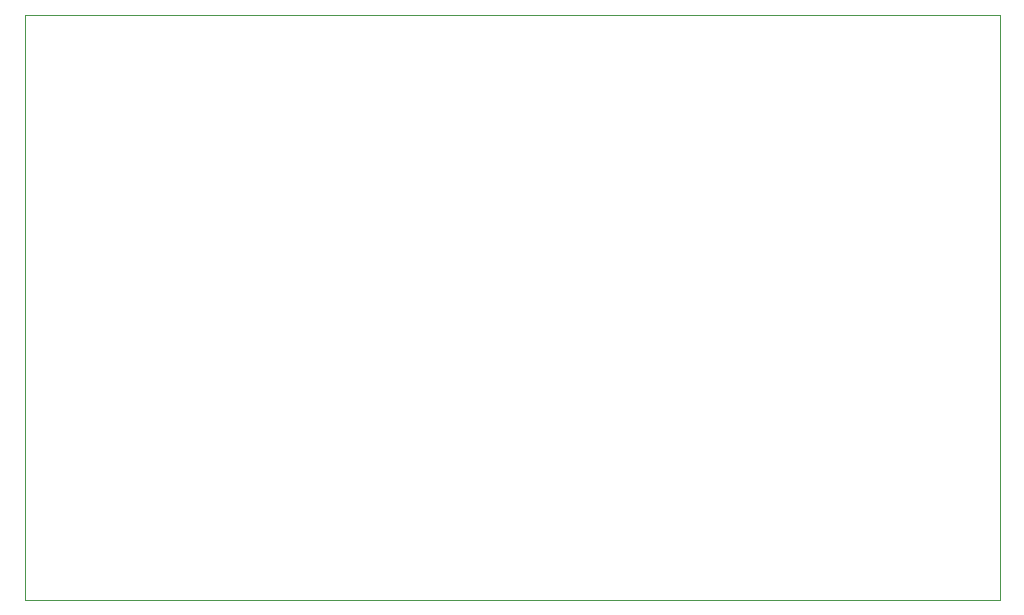
<source format=gbr>
%TF.GenerationSoftware,KiCad,Pcbnew,5.1.6*%
%TF.CreationDate,2021-01-14T16:45:27+01:00*%
%TF.ProjectId,din2usb_adapter,64696e32-7573-4625-9f61-646170746572,rev?*%
%TF.SameCoordinates,Original*%
%TF.FileFunction,Profile,NP*%
%FSLAX46Y46*%
G04 Gerber Fmt 4.6, Leading zero omitted, Abs format (unit mm)*
G04 Created by KiCad (PCBNEW 5.1.6) date 2021-01-14 16:45:27*
%MOMM*%
%LPD*%
G01*
G04 APERTURE LIST*
%TA.AperFunction,Profile*%
%ADD10C,0.050000*%
%TD*%
G04 APERTURE END LIST*
D10*
X82550000Y-113030000D02*
X82550000Y-63500000D01*
X165100000Y-113030000D02*
X82550000Y-113030000D01*
X165100000Y-63500000D02*
X165100000Y-113030000D01*
X82550000Y-63500000D02*
X165100000Y-63500000D01*
M02*

</source>
